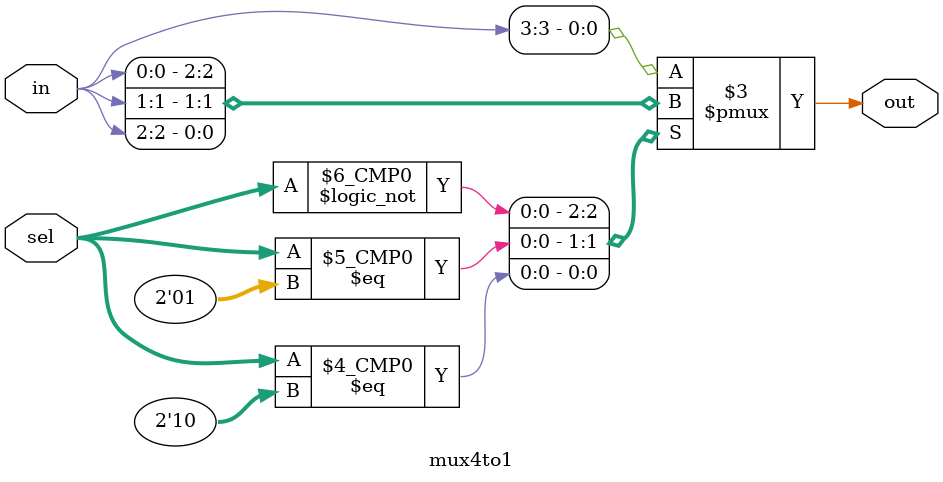
<source format=v>
module mux4to1(in,sel,out);
             input[3:0]in;
             input[1:0]sel;
             output reg out;
             always @(in,sel)
              begin
		    case (sel)
                    2'b00 : out =in[0];
                    2'b01 :out=in[1];
                    2'b10 :out =in[2];
                    default :out =in[3];
	              endcase
             end
             endmodule

</source>
